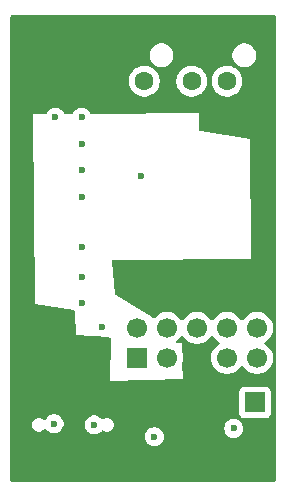
<source format=gbr>
%TF.GenerationSoftware,KiCad,Pcbnew,9.0.4*%
%TF.CreationDate,2025-09-28T00:51:42+02:00*%
%TF.ProjectId,BTM308-host-bottom,42544d33-3038-42d6-986f-73742d626f74,rev?*%
%TF.SameCoordinates,Original*%
%TF.FileFunction,Copper,L4,Bot*%
%TF.FilePolarity,Positive*%
%FSLAX46Y46*%
G04 Gerber Fmt 4.6, Leading zero omitted, Abs format (unit mm)*
G04 Created by KiCad (PCBNEW 9.0.4) date 2025-09-28 00:51:42*
%MOMM*%
%LPD*%
G01*
G04 APERTURE LIST*
%TA.AperFunction,ComponentPad*%
%ADD10R,1.700000X1.700000*%
%TD*%
%TA.AperFunction,ComponentPad*%
%ADD11C,1.700000*%
%TD*%
%TA.AperFunction,ComponentPad*%
%ADD12C,1.600000*%
%TD*%
%TA.AperFunction,HeatsinkPad*%
%ADD13O,1.000000X2.100000*%
%TD*%
%TA.AperFunction,HeatsinkPad*%
%ADD14O,1.000000X1.600000*%
%TD*%
%TA.AperFunction,ViaPad*%
%ADD15C,0.600000*%
%TD*%
G04 APERTURE END LIST*
D10*
%TO.P,J1,1,Pin_1*%
%TO.N,AGND*%
X155420000Y-85127500D03*
D11*
%TO.P,J1,2,Pin_2*%
X155420000Y-82587500D03*
%TO.P,J1,3,Pin_3*%
X157960000Y-85127500D03*
%TO.P,J1,4,Pin_4*%
%TO.N,/SPK_AN*%
X157960000Y-82587500D03*
%TO.P,J1,5,Pin_5*%
%TO.N,GND*%
X160500000Y-85127500D03*
%TO.P,J1,6,Pin_6*%
%TO.N,/SPK_AP*%
X160500000Y-82587500D03*
%TO.P,J1,7,Pin_7*%
%TO.N,/VCHG*%
X163040000Y-85127500D03*
%TO.P,J1,8,Pin_8*%
%TO.N,/SPK_BP*%
X163040000Y-82587500D03*
%TO.P,J1,9,Pin_9*%
%TO.N,/VBAT*%
X165580000Y-85127500D03*
%TO.P,J1,10,Pin_10*%
%TO.N,/SPK_BN*%
X165580000Y-82587500D03*
%TD*%
D10*
%TO.P,J4,1,Pin_1*%
%TO.N,GND*%
X165400000Y-93800000D03*
%TD*%
%TO.P,J3,1,Pin_1*%
%TO.N,/VBAT*%
X165400000Y-88900000D03*
%TD*%
D12*
%TO.P,U3,1,Sleeve*%
%TO.N,GND*%
X155050000Y-57300000D03*
%TO.P,U3,2,Tip*%
%TO.N,Net-(U3-Tip)*%
X156050000Y-61700000D03*
%TO.P,U3,3,Ring1*%
%TO.N,Net-(U3-Ring1)*%
X160050000Y-61700000D03*
%TO.P,U3,4,Ring2*%
%TO.N,unconnected-(U3-Ring2-Pad4)*%
X163050000Y-61700000D03*
%TD*%
D13*
%TO.P,J2,S1,SHIELD*%
%TO.N,GND*%
X145680000Y-90267500D03*
D14*
X145680000Y-94447500D03*
D13*
X154320000Y-90267500D03*
D14*
X154320000Y-94447500D03*
%TD*%
D15*
%TO.N,GND*%
X153300000Y-59500000D03*
X164600000Y-63400000D03*
X157400000Y-63400000D03*
X154500000Y-79400000D03*
X146500000Y-60000000D03*
X145500000Y-76300000D03*
X145500000Y-81100000D03*
X145500000Y-83500000D03*
X145500000Y-71000000D03*
X156200000Y-95000000D03*
X160800000Y-91600000D03*
X166100000Y-62300000D03*
X147500000Y-57600000D03*
X145400000Y-73700000D03*
X160000000Y-80300000D03*
X163700000Y-87300000D03*
X160200000Y-95000000D03*
X166400000Y-64500000D03*
X166700000Y-57500000D03*
X151600000Y-61800000D03*
X166100000Y-72000000D03*
X148000000Y-92700000D03*
X166200000Y-69100000D03*
X150300000Y-91200000D03*
X145300000Y-68400000D03*
X162400000Y-59100000D03*
X166600000Y-59500000D03*
X164500000Y-79700000D03*
X159500000Y-63400000D03*
X146900000Y-85800000D03*
X155900000Y-89700000D03*
X150300000Y-58000000D03*
X166000000Y-91700000D03*
X145500000Y-92400000D03*
X166100000Y-75000000D03*
X163400000Y-93800000D03*
X162300000Y-57400000D03*
X159000000Y-91800000D03*
X152800000Y-95000000D03*
X145300000Y-62400000D03*
X147900000Y-95000000D03*
X164700000Y-57500000D03*
X154500000Y-92500000D03*
X162800000Y-88500000D03*
X148000000Y-81500000D03*
X159800000Y-57500000D03*
X163800000Y-78400000D03*
X152700000Y-62600000D03*
X150100000Y-93100000D03*
X150500000Y-95000000D03*
X159300000Y-59200000D03*
X145400000Y-65200000D03*
X152400000Y-93000000D03*
X158900000Y-79200000D03*
X163300000Y-95000000D03*
X145500000Y-78600000D03*
X161500000Y-87400000D03*
X148700000Y-59600000D03*
X161200000Y-94100000D03*
X145600000Y-57800000D03*
X165200000Y-61100000D03*
X157400000Y-57300000D03*
X152700000Y-57500000D03*
%TO.N,/VCHG*%
X148400000Y-90700000D03*
X156900000Y-91800000D03*
X151800000Y-90800000D03*
%TO.N,/VBAT*%
X163600000Y-91100000D03*
%TO.N,AGND*%
X148500000Y-64750000D03*
X155750000Y-69750000D03*
X150750000Y-67000000D03*
X150750000Y-78250000D03*
X152500000Y-82500000D03*
X150750000Y-69250000D03*
X150750000Y-64750000D03*
X150750000Y-71500000D03*
X150750000Y-80500000D03*
X150750000Y-75750000D03*
%TD*%
%TA.AperFunction,Conductor*%
%TO.N,GND*%
G36*
X167141600Y-56120471D02*
G01*
X167187355Y-56173275D01*
X167198561Y-56224786D01*
X167198561Y-95476786D01*
X167178876Y-95543825D01*
X167126072Y-95589580D01*
X167074561Y-95600786D01*
X144824500Y-95600786D01*
X144757461Y-95581101D01*
X144711706Y-95528297D01*
X144700500Y-95476786D01*
X144700500Y-91721153D01*
X156099500Y-91721153D01*
X156099500Y-91878846D01*
X156130261Y-92033489D01*
X156130264Y-92033501D01*
X156190602Y-92179172D01*
X156190609Y-92179185D01*
X156278210Y-92310288D01*
X156278213Y-92310292D01*
X156389707Y-92421786D01*
X156389711Y-92421789D01*
X156520814Y-92509390D01*
X156520827Y-92509397D01*
X156666498Y-92569735D01*
X156666503Y-92569737D01*
X156821153Y-92600499D01*
X156821156Y-92600500D01*
X156821158Y-92600500D01*
X156978844Y-92600500D01*
X156978845Y-92600499D01*
X157133497Y-92569737D01*
X157279179Y-92509394D01*
X157410289Y-92421789D01*
X157521789Y-92310289D01*
X157609394Y-92179179D01*
X157669737Y-92033497D01*
X157700500Y-91878842D01*
X157700500Y-91721158D01*
X157700500Y-91721155D01*
X157700499Y-91721153D01*
X157678447Y-91610292D01*
X157669737Y-91566503D01*
X157642398Y-91500500D01*
X157609397Y-91420827D01*
X157609390Y-91420814D01*
X157521789Y-91289711D01*
X157521786Y-91289707D01*
X157410292Y-91178213D01*
X157410288Y-91178210D01*
X157320429Y-91118168D01*
X157279185Y-91090609D01*
X157279172Y-91090602D01*
X157133501Y-91030264D01*
X157133489Y-91030261D01*
X157087701Y-91021153D01*
X162799500Y-91021153D01*
X162799500Y-91178846D01*
X162830261Y-91333489D01*
X162830264Y-91333501D01*
X162890602Y-91479172D01*
X162890609Y-91479185D01*
X162978210Y-91610288D01*
X162978213Y-91610292D01*
X163089707Y-91721786D01*
X163089711Y-91721789D01*
X163220814Y-91809390D01*
X163220827Y-91809397D01*
X163366498Y-91869735D01*
X163366503Y-91869737D01*
X163521153Y-91900499D01*
X163521156Y-91900500D01*
X163521158Y-91900500D01*
X163678844Y-91900500D01*
X163678845Y-91900499D01*
X163833497Y-91869737D01*
X163979179Y-91809394D01*
X164110289Y-91721789D01*
X164221789Y-91610289D01*
X164309394Y-91479179D01*
X164369737Y-91333497D01*
X164400500Y-91178842D01*
X164400500Y-91021158D01*
X164400500Y-91021155D01*
X164400499Y-91021153D01*
X164371082Y-90873265D01*
X164369737Y-90866503D01*
X164333427Y-90778842D01*
X164309397Y-90720827D01*
X164309390Y-90720814D01*
X164221789Y-90589711D01*
X164221786Y-90589707D01*
X164110292Y-90478213D01*
X164110288Y-90478210D01*
X163979185Y-90390609D01*
X163979172Y-90390602D01*
X163833501Y-90330264D01*
X163833489Y-90330261D01*
X163678845Y-90299500D01*
X163678842Y-90299500D01*
X163521158Y-90299500D01*
X163521155Y-90299500D01*
X163366510Y-90330261D01*
X163366498Y-90330264D01*
X163220827Y-90390602D01*
X163220814Y-90390609D01*
X163089711Y-90478210D01*
X163089707Y-90478213D01*
X162978213Y-90589707D01*
X162978210Y-90589711D01*
X162890609Y-90720814D01*
X162890602Y-90720827D01*
X162830264Y-90866498D01*
X162830261Y-90866510D01*
X162799500Y-91021153D01*
X157087701Y-91021153D01*
X156978845Y-90999500D01*
X156978842Y-90999500D01*
X156821158Y-90999500D01*
X156821155Y-90999500D01*
X156666510Y-91030261D01*
X156666498Y-91030264D01*
X156520827Y-91090602D01*
X156520814Y-91090609D01*
X156389711Y-91178210D01*
X156389707Y-91178213D01*
X156278213Y-91289707D01*
X156278210Y-91289711D01*
X156190609Y-91420814D01*
X156190602Y-91420827D01*
X156130264Y-91566498D01*
X156130261Y-91566510D01*
X156099500Y-91721153D01*
X144700500Y-91721153D01*
X144700500Y-90721734D01*
X146534500Y-90721734D01*
X146534500Y-90873265D01*
X146573719Y-91019636D01*
X146608093Y-91079172D01*
X146649485Y-91150865D01*
X146756635Y-91258015D01*
X146887865Y-91333781D01*
X147034234Y-91373000D01*
X147034236Y-91373000D01*
X147185764Y-91373000D01*
X147185766Y-91373000D01*
X147332135Y-91333781D01*
X147463365Y-91258015D01*
X147564380Y-91156999D01*
X147625699Y-91123517D01*
X147695391Y-91128501D01*
X147751325Y-91170372D01*
X147755160Y-91175791D01*
X147778213Y-91210292D01*
X147889707Y-91321786D01*
X147889711Y-91321789D01*
X148020814Y-91409390D01*
X148020827Y-91409397D01*
X148166498Y-91469735D01*
X148166503Y-91469737D01*
X148321153Y-91500499D01*
X148321156Y-91500500D01*
X148321158Y-91500500D01*
X148478844Y-91500500D01*
X148478845Y-91500499D01*
X148633497Y-91469737D01*
X148751592Y-91420821D01*
X148779172Y-91409397D01*
X148779172Y-91409396D01*
X148779179Y-91409394D01*
X148910289Y-91321789D01*
X149021789Y-91210289D01*
X149109394Y-91079179D01*
X149169737Y-90933497D01*
X149200500Y-90778842D01*
X149200500Y-90721153D01*
X150999500Y-90721153D01*
X150999500Y-90878846D01*
X151030261Y-91033489D01*
X151030264Y-91033501D01*
X151090602Y-91179172D01*
X151090609Y-91179185D01*
X151178210Y-91310288D01*
X151178213Y-91310292D01*
X151289707Y-91421786D01*
X151289711Y-91421789D01*
X151420814Y-91509390D01*
X151420827Y-91509397D01*
X151558683Y-91566498D01*
X151566503Y-91569737D01*
X151721153Y-91600499D01*
X151721156Y-91600500D01*
X151721158Y-91600500D01*
X151878844Y-91600500D01*
X151878845Y-91600499D01*
X151889179Y-91598443D01*
X151914287Y-91593450D01*
X151914292Y-91593449D01*
X151999800Y-91576439D01*
X152033497Y-91569737D01*
X152179179Y-91509394D01*
X152310289Y-91421789D01*
X152359079Y-91372999D01*
X152426097Y-91305982D01*
X152427144Y-91307029D01*
X152478803Y-91271828D01*
X152548648Y-91269946D01*
X152578926Y-91282432D01*
X152667865Y-91333781D01*
X152814234Y-91373000D01*
X152814236Y-91373000D01*
X152965764Y-91373000D01*
X152965766Y-91373000D01*
X153112135Y-91333781D01*
X153243365Y-91258015D01*
X153350515Y-91150865D01*
X153426281Y-91019635D01*
X153465500Y-90873266D01*
X153465500Y-90721734D01*
X153426281Y-90575365D01*
X153350515Y-90444135D01*
X153243365Y-90336985D01*
X153167803Y-90293359D01*
X153112136Y-90261219D01*
X153038950Y-90241609D01*
X152965766Y-90222000D01*
X152814234Y-90222000D01*
X152667865Y-90261219D01*
X152667864Y-90261219D01*
X152667862Y-90261220D01*
X152667861Y-90261220D01*
X152576146Y-90314172D01*
X152508245Y-90330645D01*
X152442219Y-90307792D01*
X152426755Y-90293359D01*
X152426097Y-90294018D01*
X152310292Y-90178213D01*
X152310288Y-90178210D01*
X152179185Y-90090609D01*
X152179172Y-90090602D01*
X152033501Y-90030264D01*
X152033489Y-90030261D01*
X151878845Y-89999500D01*
X151878842Y-89999500D01*
X151721158Y-89999500D01*
X151721155Y-89999500D01*
X151566510Y-90030261D01*
X151566498Y-90030264D01*
X151420827Y-90090602D01*
X151420814Y-90090609D01*
X151289711Y-90178210D01*
X151289707Y-90178213D01*
X151178213Y-90289707D01*
X151178210Y-90289711D01*
X151090609Y-90420814D01*
X151090602Y-90420827D01*
X151030264Y-90566498D01*
X151030261Y-90566510D01*
X150999500Y-90721153D01*
X149200500Y-90721153D01*
X149200500Y-90621158D01*
X149200500Y-90621155D01*
X149200499Y-90621153D01*
X149172066Y-90478211D01*
X149169737Y-90466503D01*
X149136762Y-90386894D01*
X149109397Y-90320827D01*
X149109390Y-90320814D01*
X149021789Y-90189711D01*
X149021786Y-90189707D01*
X148910292Y-90078213D01*
X148910288Y-90078210D01*
X148779185Y-89990609D01*
X148779172Y-89990602D01*
X148633501Y-89930264D01*
X148633489Y-89930261D01*
X148478845Y-89899500D01*
X148478842Y-89899500D01*
X148321158Y-89899500D01*
X148321155Y-89899500D01*
X148166510Y-89930261D01*
X148166498Y-89930264D01*
X148020827Y-89990602D01*
X148020814Y-89990609D01*
X147889711Y-90078210D01*
X147889707Y-90078213D01*
X147778213Y-90189707D01*
X147778210Y-90189711D01*
X147690609Y-90320814D01*
X147690604Y-90320824D01*
X147690332Y-90321482D01*
X147690097Y-90321773D01*
X147687736Y-90326191D01*
X147686898Y-90325743D01*
X147646491Y-90375885D01*
X147580197Y-90397950D01*
X147512497Y-90380671D01*
X147488090Y-90361710D01*
X147463367Y-90336987D01*
X147463365Y-90336985D01*
X147387803Y-90293359D01*
X147332136Y-90261219D01*
X147258950Y-90241609D01*
X147185766Y-90222000D01*
X147034234Y-90222000D01*
X146887863Y-90261219D01*
X146756635Y-90336985D01*
X146756632Y-90336987D01*
X146649487Y-90444132D01*
X146649485Y-90444135D01*
X146573719Y-90575363D01*
X146534500Y-90721734D01*
X144700500Y-90721734D01*
X144700500Y-88002135D01*
X164049500Y-88002135D01*
X164049500Y-89797870D01*
X164049501Y-89797876D01*
X164055908Y-89857483D01*
X164106202Y-89992328D01*
X164106206Y-89992335D01*
X164192452Y-90107544D01*
X164192455Y-90107547D01*
X164307664Y-90193793D01*
X164307671Y-90193797D01*
X164442517Y-90244091D01*
X164442516Y-90244091D01*
X164449444Y-90244835D01*
X164502127Y-90250500D01*
X166297872Y-90250499D01*
X166357483Y-90244091D01*
X166492331Y-90193796D01*
X166607546Y-90107546D01*
X166693796Y-89992331D01*
X166744091Y-89857483D01*
X166750500Y-89797873D01*
X166750499Y-88002128D01*
X166744091Y-87942517D01*
X166693796Y-87807669D01*
X166693795Y-87807668D01*
X166693793Y-87807664D01*
X166607547Y-87692455D01*
X166607544Y-87692452D01*
X166492335Y-87606206D01*
X166492328Y-87606202D01*
X166357482Y-87555908D01*
X166357483Y-87555908D01*
X166297883Y-87549501D01*
X166297881Y-87549500D01*
X166297873Y-87549500D01*
X166297864Y-87549500D01*
X164502129Y-87549500D01*
X164502123Y-87549501D01*
X164442516Y-87555908D01*
X164307671Y-87606202D01*
X164307664Y-87606206D01*
X164192455Y-87692452D01*
X164192452Y-87692455D01*
X164106206Y-87807664D01*
X164106202Y-87807671D01*
X164055908Y-87942517D01*
X164049501Y-88002116D01*
X164049501Y-88002123D01*
X164049500Y-88002135D01*
X144700500Y-88002135D01*
X144700500Y-64500000D01*
X146599999Y-64500000D01*
X146799999Y-80599998D01*
X146800000Y-80600000D01*
X150096566Y-81084789D01*
X150160026Y-81114017D01*
X150197612Y-81172917D01*
X150202488Y-81204517D01*
X150249999Y-83199999D01*
X150250000Y-83200000D01*
X153081218Y-83391947D01*
X153146770Y-83416120D01*
X153188848Y-83471898D01*
X153196783Y-83519012D01*
X153100000Y-87099999D01*
X153100000Y-87100000D01*
X159300000Y-86900000D01*
X159254582Y-85537476D01*
X159260582Y-85495028D01*
X159277246Y-85443743D01*
X159310500Y-85233787D01*
X159310500Y-85021213D01*
X159277246Y-84811257D01*
X159277245Y-84811253D01*
X159277245Y-84811252D01*
X159230433Y-84667181D01*
X159224433Y-84632994D01*
X159219116Y-84473498D01*
X159200000Y-83900000D01*
X158832740Y-83900000D01*
X158765701Y-83880315D01*
X158719946Y-83827511D01*
X158710002Y-83758353D01*
X158739027Y-83694797D01*
X158759855Y-83675682D01*
X158839786Y-83617609D01*
X158839788Y-83617606D01*
X158839792Y-83617604D01*
X158990104Y-83467292D01*
X158990106Y-83467288D01*
X158990109Y-83467286D01*
X159115048Y-83295320D01*
X159115047Y-83295320D01*
X159115051Y-83295316D01*
X159119514Y-83286554D01*
X159167488Y-83235759D01*
X159235308Y-83218963D01*
X159301444Y-83241499D01*
X159340486Y-83286556D01*
X159344951Y-83295320D01*
X159469890Y-83467286D01*
X159620213Y-83617609D01*
X159792179Y-83742548D01*
X159792181Y-83742549D01*
X159792184Y-83742551D01*
X159981588Y-83839057D01*
X160183757Y-83904746D01*
X160393713Y-83938000D01*
X160393714Y-83938000D01*
X160606286Y-83938000D01*
X160606287Y-83938000D01*
X160816243Y-83904746D01*
X161018412Y-83839057D01*
X161207816Y-83742551D01*
X161299854Y-83675682D01*
X161379786Y-83617609D01*
X161379788Y-83617606D01*
X161379792Y-83617604D01*
X161530104Y-83467292D01*
X161530106Y-83467288D01*
X161530109Y-83467286D01*
X161655048Y-83295320D01*
X161655047Y-83295320D01*
X161655051Y-83295316D01*
X161659514Y-83286554D01*
X161707488Y-83235759D01*
X161775308Y-83218963D01*
X161841444Y-83241499D01*
X161880486Y-83286556D01*
X161884951Y-83295320D01*
X162009890Y-83467286D01*
X162160213Y-83617609D01*
X162332182Y-83742550D01*
X162340946Y-83747016D01*
X162391742Y-83794991D01*
X162408536Y-83862812D01*
X162385998Y-83928947D01*
X162340946Y-83967984D01*
X162332182Y-83972449D01*
X162160213Y-84097390D01*
X162009890Y-84247713D01*
X161884951Y-84419679D01*
X161788444Y-84609085D01*
X161722753Y-84811260D01*
X161689500Y-85021213D01*
X161689500Y-85233787D01*
X161722754Y-85443743D01*
X161746142Y-85515725D01*
X161788444Y-85645914D01*
X161884951Y-85835320D01*
X162009890Y-86007286D01*
X162160213Y-86157609D01*
X162332179Y-86282548D01*
X162332181Y-86282549D01*
X162332184Y-86282551D01*
X162521588Y-86379057D01*
X162723757Y-86444746D01*
X162933713Y-86478000D01*
X162933714Y-86478000D01*
X163146286Y-86478000D01*
X163146287Y-86478000D01*
X163356243Y-86444746D01*
X163558412Y-86379057D01*
X163747816Y-86282551D01*
X163769789Y-86266586D01*
X163919786Y-86157609D01*
X163919788Y-86157606D01*
X163919792Y-86157604D01*
X164070104Y-86007292D01*
X164070106Y-86007288D01*
X164070109Y-86007286D01*
X164195048Y-85835320D01*
X164195047Y-85835320D01*
X164195051Y-85835316D01*
X164199514Y-85826554D01*
X164247488Y-85775759D01*
X164315308Y-85758963D01*
X164381444Y-85781499D01*
X164420486Y-85826556D01*
X164424951Y-85835320D01*
X164549890Y-86007286D01*
X164700213Y-86157609D01*
X164872179Y-86282548D01*
X164872181Y-86282549D01*
X164872184Y-86282551D01*
X165061588Y-86379057D01*
X165263757Y-86444746D01*
X165473713Y-86478000D01*
X165473714Y-86478000D01*
X165686286Y-86478000D01*
X165686287Y-86478000D01*
X165896243Y-86444746D01*
X166098412Y-86379057D01*
X166287816Y-86282551D01*
X166309789Y-86266586D01*
X166459786Y-86157609D01*
X166459788Y-86157606D01*
X166459792Y-86157604D01*
X166610104Y-86007292D01*
X166610106Y-86007288D01*
X166610109Y-86007286D01*
X166735048Y-85835320D01*
X166735047Y-85835320D01*
X166735051Y-85835316D01*
X166831557Y-85645912D01*
X166897246Y-85443743D01*
X166930500Y-85233787D01*
X166930500Y-85021213D01*
X166897246Y-84811257D01*
X166831557Y-84609088D01*
X166735051Y-84419684D01*
X166735049Y-84419681D01*
X166735048Y-84419679D01*
X166610109Y-84247713D01*
X166459786Y-84097390D01*
X166287820Y-83972451D01*
X166287115Y-83972091D01*
X166279054Y-83967985D01*
X166228259Y-83920012D01*
X166211463Y-83852192D01*
X166233999Y-83786056D01*
X166279054Y-83747015D01*
X166287816Y-83742551D01*
X166379854Y-83675682D01*
X166459786Y-83617609D01*
X166459788Y-83617606D01*
X166459792Y-83617604D01*
X166610104Y-83467292D01*
X166610106Y-83467288D01*
X166610109Y-83467286D01*
X166735048Y-83295320D01*
X166735047Y-83295320D01*
X166735051Y-83295316D01*
X166831557Y-83105912D01*
X166897246Y-82903743D01*
X166930500Y-82693787D01*
X166930500Y-82481213D01*
X166897246Y-82271257D01*
X166831557Y-82069088D01*
X166735051Y-81879684D01*
X166735049Y-81879681D01*
X166735048Y-81879679D01*
X166610109Y-81707713D01*
X166459786Y-81557390D01*
X166287820Y-81432451D01*
X166098414Y-81335944D01*
X166098413Y-81335943D01*
X166098412Y-81335943D01*
X165896243Y-81270254D01*
X165896241Y-81270253D01*
X165896240Y-81270253D01*
X165734957Y-81244708D01*
X165686287Y-81237000D01*
X165473713Y-81237000D01*
X165425042Y-81244708D01*
X165263760Y-81270253D01*
X165061585Y-81335944D01*
X164872179Y-81432451D01*
X164700213Y-81557390D01*
X164549890Y-81707713D01*
X164424949Y-81879682D01*
X164420484Y-81888446D01*
X164372509Y-81939242D01*
X164304688Y-81956036D01*
X164238553Y-81933498D01*
X164199516Y-81888446D01*
X164195050Y-81879682D01*
X164070109Y-81707713D01*
X163919786Y-81557390D01*
X163747820Y-81432451D01*
X163558414Y-81335944D01*
X163558413Y-81335943D01*
X163558412Y-81335943D01*
X163356243Y-81270254D01*
X163356241Y-81270253D01*
X163356240Y-81270253D01*
X163194957Y-81244708D01*
X163146287Y-81237000D01*
X162933713Y-81237000D01*
X162885042Y-81244708D01*
X162723760Y-81270253D01*
X162521585Y-81335944D01*
X162332179Y-81432451D01*
X162160213Y-81557390D01*
X162009890Y-81707713D01*
X161884949Y-81879682D01*
X161880484Y-81888446D01*
X161832509Y-81939242D01*
X161764688Y-81956036D01*
X161698553Y-81933498D01*
X161659516Y-81888446D01*
X161655050Y-81879682D01*
X161530109Y-81707713D01*
X161379786Y-81557390D01*
X161207820Y-81432451D01*
X161018414Y-81335944D01*
X161018413Y-81335943D01*
X161018412Y-81335943D01*
X160816243Y-81270254D01*
X160816241Y-81270253D01*
X160816240Y-81270253D01*
X160654957Y-81244708D01*
X160606287Y-81237000D01*
X160393713Y-81237000D01*
X160345042Y-81244708D01*
X160183760Y-81270253D01*
X159981585Y-81335944D01*
X159792179Y-81432451D01*
X159620213Y-81557390D01*
X159469890Y-81707713D01*
X159344949Y-81879682D01*
X159340484Y-81888446D01*
X159292509Y-81939242D01*
X159224688Y-81956036D01*
X159158553Y-81933498D01*
X159119516Y-81888446D01*
X159115050Y-81879682D01*
X158990109Y-81707713D01*
X158839786Y-81557390D01*
X158667820Y-81432451D01*
X158478414Y-81335944D01*
X158478413Y-81335943D01*
X158478412Y-81335943D01*
X158276243Y-81270254D01*
X158276241Y-81270253D01*
X158276240Y-81270253D01*
X158114957Y-81244708D01*
X158066287Y-81237000D01*
X157853713Y-81237000D01*
X157805042Y-81244708D01*
X157643760Y-81270253D01*
X157441585Y-81335944D01*
X157252179Y-81432451D01*
X157080213Y-81557390D01*
X156929894Y-81707709D01*
X156929890Y-81707714D01*
X156916363Y-81726332D01*
X156861032Y-81768996D01*
X156791418Y-81774974D01*
X156729624Y-81742366D01*
X156707854Y-81714027D01*
X156700000Y-81700001D01*
X156700000Y-81700000D01*
X154769893Y-80517031D01*
X153652464Y-79832155D01*
X153605593Y-79780339D01*
X153593877Y-79738770D01*
X153313575Y-76935755D01*
X153326492Y-76867093D01*
X153374481Y-76816311D01*
X153436431Y-76799421D01*
X165100000Y-76750000D01*
X165000000Y-66600000D01*
X164999999Y-66599999D01*
X165000000Y-66599999D01*
X160804076Y-65916942D01*
X160741071Y-65886741D01*
X160704395Y-65827272D01*
X160700000Y-65794553D01*
X160700000Y-64400000D01*
X151582000Y-64464665D01*
X151514823Y-64445456D01*
X151468695Y-64392978D01*
X151466560Y-64388120D01*
X151459397Y-64370827D01*
X151459390Y-64370814D01*
X151371789Y-64239711D01*
X151371786Y-64239707D01*
X151260292Y-64128213D01*
X151260288Y-64128210D01*
X151129185Y-64040609D01*
X151129172Y-64040602D01*
X150983501Y-63980264D01*
X150983489Y-63980261D01*
X150828845Y-63949500D01*
X150828842Y-63949500D01*
X150671158Y-63949500D01*
X150671155Y-63949500D01*
X150516510Y-63980261D01*
X150516498Y-63980264D01*
X150370827Y-64040602D01*
X150370814Y-64040609D01*
X150239711Y-64128210D01*
X150239707Y-64128213D01*
X150128213Y-64239707D01*
X150128210Y-64239711D01*
X150040609Y-64370814D01*
X150040603Y-64370826D01*
X150028540Y-64399948D01*
X149984698Y-64454351D01*
X149918403Y-64476414D01*
X149914859Y-64476490D01*
X149338590Y-64480576D01*
X149271413Y-64461367D01*
X149225285Y-64408889D01*
X149223150Y-64404031D01*
X149209396Y-64370827D01*
X149209394Y-64370821D01*
X149209392Y-64370818D01*
X149209392Y-64370817D01*
X149121789Y-64239711D01*
X149121786Y-64239707D01*
X149010292Y-64128213D01*
X149010288Y-64128210D01*
X148879185Y-64040609D01*
X148879172Y-64040602D01*
X148733501Y-63980264D01*
X148733489Y-63980261D01*
X148578845Y-63949500D01*
X148578842Y-63949500D01*
X148421158Y-63949500D01*
X148421155Y-63949500D01*
X148266510Y-63980261D01*
X148266498Y-63980264D01*
X148120827Y-64040602D01*
X148120814Y-64040609D01*
X147989711Y-64128210D01*
X147989707Y-64128213D01*
X147878213Y-64239707D01*
X147878207Y-64239715D01*
X147790607Y-64370818D01*
X147790602Y-64370827D01*
X147771911Y-64415951D01*
X147728070Y-64470354D01*
X147661775Y-64492418D01*
X147658231Y-64492494D01*
X146599999Y-64500000D01*
X144700500Y-64500000D01*
X144700500Y-61597648D01*
X154749500Y-61597648D01*
X154749500Y-61802351D01*
X154781522Y-62004534D01*
X154844781Y-62199223D01*
X154937715Y-62381613D01*
X155058028Y-62547213D01*
X155202786Y-62691971D01*
X155357749Y-62804556D01*
X155368390Y-62812287D01*
X155484607Y-62871503D01*
X155550776Y-62905218D01*
X155550778Y-62905218D01*
X155550781Y-62905220D01*
X155655137Y-62939127D01*
X155745465Y-62968477D01*
X155846557Y-62984488D01*
X155947648Y-63000500D01*
X155947649Y-63000500D01*
X156152351Y-63000500D01*
X156152352Y-63000500D01*
X156354534Y-62968477D01*
X156549219Y-62905220D01*
X156731610Y-62812287D01*
X156824590Y-62744732D01*
X156897213Y-62691971D01*
X156897215Y-62691968D01*
X156897219Y-62691966D01*
X157041966Y-62547219D01*
X157041968Y-62547215D01*
X157041971Y-62547213D01*
X157094732Y-62474590D01*
X157162287Y-62381610D01*
X157255220Y-62199219D01*
X157318477Y-62004534D01*
X157350500Y-61802352D01*
X157350500Y-61597648D01*
X158749500Y-61597648D01*
X158749500Y-61802351D01*
X158781522Y-62004534D01*
X158844781Y-62199223D01*
X158937715Y-62381613D01*
X159058028Y-62547213D01*
X159202786Y-62691971D01*
X159357749Y-62804556D01*
X159368390Y-62812287D01*
X159484607Y-62871503D01*
X159550776Y-62905218D01*
X159550778Y-62905218D01*
X159550781Y-62905220D01*
X159655137Y-62939127D01*
X159745465Y-62968477D01*
X159846557Y-62984488D01*
X159947648Y-63000500D01*
X159947649Y-63000500D01*
X160152351Y-63000500D01*
X160152352Y-63000500D01*
X160354534Y-62968477D01*
X160549219Y-62905220D01*
X160731610Y-62812287D01*
X160824590Y-62744732D01*
X160897213Y-62691971D01*
X160897215Y-62691968D01*
X160897219Y-62691966D01*
X161041966Y-62547219D01*
X161041968Y-62547215D01*
X161041971Y-62547213D01*
X161094732Y-62474590D01*
X161162287Y-62381610D01*
X161255220Y-62199219D01*
X161318477Y-62004534D01*
X161350500Y-61802352D01*
X161350500Y-61597648D01*
X161749500Y-61597648D01*
X161749500Y-61802351D01*
X161781522Y-62004534D01*
X161844781Y-62199223D01*
X161937715Y-62381613D01*
X162058028Y-62547213D01*
X162202786Y-62691971D01*
X162357749Y-62804556D01*
X162368390Y-62812287D01*
X162484607Y-62871503D01*
X162550776Y-62905218D01*
X162550778Y-62905218D01*
X162550781Y-62905220D01*
X162655137Y-62939127D01*
X162745465Y-62968477D01*
X162846557Y-62984488D01*
X162947648Y-63000500D01*
X162947649Y-63000500D01*
X163152351Y-63000500D01*
X163152352Y-63000500D01*
X163354534Y-62968477D01*
X163549219Y-62905220D01*
X163731610Y-62812287D01*
X163824590Y-62744732D01*
X163897213Y-62691971D01*
X163897215Y-62691968D01*
X163897219Y-62691966D01*
X164041966Y-62547219D01*
X164041968Y-62547215D01*
X164041971Y-62547213D01*
X164094732Y-62474590D01*
X164162287Y-62381610D01*
X164255220Y-62199219D01*
X164318477Y-62004534D01*
X164350500Y-61802352D01*
X164350500Y-61597648D01*
X164318477Y-61395466D01*
X164255220Y-61200781D01*
X164255218Y-61200778D01*
X164255218Y-61200776D01*
X164221503Y-61134607D01*
X164162287Y-61018390D01*
X164154556Y-61007749D01*
X164041971Y-60852786D01*
X163897213Y-60708028D01*
X163731613Y-60587715D01*
X163731612Y-60587714D01*
X163731610Y-60587713D01*
X163674653Y-60558691D01*
X163549223Y-60494781D01*
X163354534Y-60431522D01*
X163179995Y-60403878D01*
X163152352Y-60399500D01*
X162947648Y-60399500D01*
X162923329Y-60403351D01*
X162745465Y-60431522D01*
X162550776Y-60494781D01*
X162368386Y-60587715D01*
X162202786Y-60708028D01*
X162058028Y-60852786D01*
X161937715Y-61018386D01*
X161844781Y-61200776D01*
X161781522Y-61395465D01*
X161749500Y-61597648D01*
X161350500Y-61597648D01*
X161318477Y-61395466D01*
X161255220Y-61200781D01*
X161255218Y-61200778D01*
X161255218Y-61200776D01*
X161221503Y-61134607D01*
X161162287Y-61018390D01*
X161154556Y-61007749D01*
X161041971Y-60852786D01*
X160897213Y-60708028D01*
X160731613Y-60587715D01*
X160731612Y-60587714D01*
X160731610Y-60587713D01*
X160674653Y-60558691D01*
X160549223Y-60494781D01*
X160354534Y-60431522D01*
X160179995Y-60403878D01*
X160152352Y-60399500D01*
X159947648Y-60399500D01*
X159923329Y-60403351D01*
X159745465Y-60431522D01*
X159550776Y-60494781D01*
X159368386Y-60587715D01*
X159202786Y-60708028D01*
X159058028Y-60852786D01*
X158937715Y-61018386D01*
X158844781Y-61200776D01*
X158781522Y-61395465D01*
X158749500Y-61597648D01*
X157350500Y-61597648D01*
X157318477Y-61395466D01*
X157255220Y-61200781D01*
X157255218Y-61200778D01*
X157255218Y-61200776D01*
X157221503Y-61134607D01*
X157162287Y-61018390D01*
X157154556Y-61007749D01*
X157041971Y-60852786D01*
X156897213Y-60708028D01*
X156731613Y-60587715D01*
X156731612Y-60587714D01*
X156731610Y-60587713D01*
X156674653Y-60558691D01*
X156549223Y-60494781D01*
X156354534Y-60431522D01*
X156179995Y-60403878D01*
X156152352Y-60399500D01*
X155947648Y-60399500D01*
X155923329Y-60403351D01*
X155745465Y-60431522D01*
X155550776Y-60494781D01*
X155368386Y-60587715D01*
X155202786Y-60708028D01*
X155058028Y-60852786D01*
X154937715Y-61018386D01*
X154844781Y-61200776D01*
X154781522Y-61395465D01*
X154749500Y-61597648D01*
X144700500Y-61597648D01*
X144700500Y-59598543D01*
X156499499Y-59598543D01*
X156537947Y-59791829D01*
X156537950Y-59791839D01*
X156613364Y-59973907D01*
X156613371Y-59973920D01*
X156722860Y-60137781D01*
X156722863Y-60137785D01*
X156862214Y-60277136D01*
X156862218Y-60277139D01*
X157026079Y-60386628D01*
X157026092Y-60386635D01*
X157134463Y-60431523D01*
X157208165Y-60462051D01*
X157208169Y-60462051D01*
X157208170Y-60462052D01*
X157401456Y-60500500D01*
X157401459Y-60500500D01*
X157598543Y-60500500D01*
X157728582Y-60474632D01*
X157791835Y-60462051D01*
X157973914Y-60386632D01*
X158137782Y-60277139D01*
X158277139Y-60137782D01*
X158386632Y-59973914D01*
X158462051Y-59791835D01*
X158500500Y-59598543D01*
X163499499Y-59598543D01*
X163537947Y-59791829D01*
X163537950Y-59791839D01*
X163613364Y-59973907D01*
X163613371Y-59973920D01*
X163722860Y-60137781D01*
X163722863Y-60137785D01*
X163862214Y-60277136D01*
X163862218Y-60277139D01*
X164026079Y-60386628D01*
X164026092Y-60386635D01*
X164134463Y-60431523D01*
X164208165Y-60462051D01*
X164208169Y-60462051D01*
X164208170Y-60462052D01*
X164401456Y-60500500D01*
X164401459Y-60500500D01*
X164598543Y-60500500D01*
X164728582Y-60474632D01*
X164791835Y-60462051D01*
X164973914Y-60386632D01*
X165137782Y-60277139D01*
X165277139Y-60137782D01*
X165386632Y-59973914D01*
X165462051Y-59791835D01*
X165500500Y-59598541D01*
X165500500Y-59401459D01*
X165500500Y-59401456D01*
X165462052Y-59208170D01*
X165462051Y-59208169D01*
X165462051Y-59208165D01*
X165462049Y-59208160D01*
X165386635Y-59026092D01*
X165386628Y-59026079D01*
X165277139Y-58862218D01*
X165277136Y-58862214D01*
X165137785Y-58722863D01*
X165137781Y-58722860D01*
X164973920Y-58613371D01*
X164973907Y-58613364D01*
X164791839Y-58537950D01*
X164791829Y-58537947D01*
X164598543Y-58499500D01*
X164598541Y-58499500D01*
X164401459Y-58499500D01*
X164401457Y-58499500D01*
X164208170Y-58537947D01*
X164208160Y-58537950D01*
X164026092Y-58613364D01*
X164026079Y-58613371D01*
X163862218Y-58722860D01*
X163862214Y-58722863D01*
X163722863Y-58862214D01*
X163722860Y-58862218D01*
X163613371Y-59026079D01*
X163613364Y-59026092D01*
X163537950Y-59208160D01*
X163537947Y-59208170D01*
X163499500Y-59401456D01*
X163499500Y-59401459D01*
X163499500Y-59598541D01*
X163499500Y-59598543D01*
X163499499Y-59598543D01*
X158500500Y-59598543D01*
X158500500Y-59598541D01*
X158500500Y-59401459D01*
X158500500Y-59401456D01*
X158462052Y-59208170D01*
X158462051Y-59208169D01*
X158462051Y-59208165D01*
X158462049Y-59208160D01*
X158386635Y-59026092D01*
X158386628Y-59026079D01*
X158277139Y-58862218D01*
X158277136Y-58862214D01*
X158137785Y-58722863D01*
X158137781Y-58722860D01*
X157973920Y-58613371D01*
X157973907Y-58613364D01*
X157791839Y-58537950D01*
X157791829Y-58537947D01*
X157598543Y-58499500D01*
X157598541Y-58499500D01*
X157401459Y-58499500D01*
X157401457Y-58499500D01*
X157208170Y-58537947D01*
X157208160Y-58537950D01*
X157026092Y-58613364D01*
X157026079Y-58613371D01*
X156862218Y-58722860D01*
X156862214Y-58722863D01*
X156722863Y-58862214D01*
X156722860Y-58862218D01*
X156613371Y-59026079D01*
X156613364Y-59026092D01*
X156537950Y-59208160D01*
X156537947Y-59208170D01*
X156499500Y-59401456D01*
X156499500Y-59401459D01*
X156499500Y-59598541D01*
X156499500Y-59598543D01*
X156499499Y-59598543D01*
X144700500Y-59598543D01*
X144700500Y-56224786D01*
X144720185Y-56157747D01*
X144772989Y-56111992D01*
X144824500Y-56100786D01*
X167074561Y-56100786D01*
X167141600Y-56120471D01*
G37*
%TD.AperFunction*%
%TD*%
M02*

</source>
